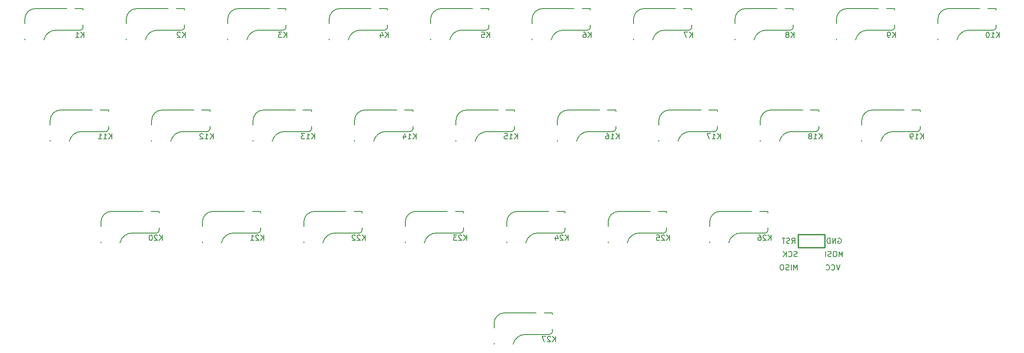
<source format=gbr>
G04 #@! TF.GenerationSoftware,KiCad,Pcbnew,(6.0.6)*
G04 #@! TF.CreationDate,2022-08-05T17:16:04-07:00*
G04 #@! TF.ProjectId,bored27-revision,626f7265-6432-4372-9d72-65766973696f,rev?*
G04 #@! TF.SameCoordinates,Original*
G04 #@! TF.FileFunction,Legend,Bot*
G04 #@! TF.FilePolarity,Positive*
%FSLAX46Y46*%
G04 Gerber Fmt 4.6, Leading zero omitted, Abs format (unit mm)*
G04 Created by KiCad (PCBNEW (6.0.6)) date 2022-08-05 17:16:04*
%MOMM*%
%LPD*%
G01*
G04 APERTURE LIST*
%ADD10C,0.150000*%
%ADD11C,0.250000*%
G04 APERTURE END LIST*
D10*
X140719345Y-67758630D02*
X140719345Y-66758630D01*
X140147916Y-67758630D02*
X140576488Y-67187202D01*
X140147916Y-66758630D02*
X140719345Y-67330059D01*
X139243154Y-66758630D02*
X139719345Y-66758630D01*
X139766964Y-67234821D01*
X139719345Y-67187202D01*
X139624107Y-67139583D01*
X139386011Y-67139583D01*
X139290773Y-67187202D01*
X139243154Y-67234821D01*
X139195535Y-67330059D01*
X139195535Y-67568154D01*
X139243154Y-67663392D01*
X139290773Y-67711011D01*
X139386011Y-67758630D01*
X139624107Y-67758630D01*
X139719345Y-67711011D01*
X139766964Y-67663392D01*
X126908035Y-86808630D02*
X126908035Y-85808630D01*
X126336607Y-86808630D02*
X126765178Y-86237202D01*
X126336607Y-85808630D02*
X126908035Y-86380059D01*
X125384226Y-86808630D02*
X125955654Y-86808630D01*
X125669940Y-86808630D02*
X125669940Y-85808630D01*
X125765178Y-85951488D01*
X125860416Y-86046726D01*
X125955654Y-86094345D01*
X124527083Y-86141964D02*
X124527083Y-86808630D01*
X124765178Y-85761011D02*
X125003273Y-86475297D01*
X124384226Y-86475297D01*
X69758035Y-86808630D02*
X69758035Y-85808630D01*
X69186607Y-86808630D02*
X69615178Y-86237202D01*
X69186607Y-85808630D02*
X69758035Y-86380059D01*
X68234226Y-86808630D02*
X68805654Y-86808630D01*
X68519940Y-86808630D02*
X68519940Y-85808630D01*
X68615178Y-85951488D01*
X68710416Y-86046726D01*
X68805654Y-86094345D01*
X67281845Y-86808630D02*
X67853273Y-86808630D01*
X67567559Y-86808630D02*
X67567559Y-85808630D01*
X67662797Y-85951488D01*
X67758035Y-86046726D01*
X67853273Y-86094345D01*
X174533035Y-105858630D02*
X174533035Y-104858630D01*
X173961607Y-105858630D02*
X174390178Y-105287202D01*
X173961607Y-104858630D02*
X174533035Y-105430059D01*
X173580654Y-104953869D02*
X173533035Y-104906250D01*
X173437797Y-104858630D01*
X173199702Y-104858630D01*
X173104464Y-104906250D01*
X173056845Y-104953869D01*
X173009226Y-105049107D01*
X173009226Y-105144345D01*
X173056845Y-105287202D01*
X173628273Y-105858630D01*
X173009226Y-105858630D01*
X172104464Y-104858630D02*
X172580654Y-104858630D01*
X172628273Y-105334821D01*
X172580654Y-105287202D01*
X172485416Y-105239583D01*
X172247321Y-105239583D01*
X172152083Y-105287202D01*
X172104464Y-105334821D01*
X172056845Y-105430059D01*
X172056845Y-105668154D01*
X172104464Y-105763392D01*
X172152083Y-105811011D01*
X172247321Y-105858630D01*
X172485416Y-105858630D01*
X172580654Y-105811011D01*
X172628273Y-105763392D01*
X165008035Y-86808630D02*
X165008035Y-85808630D01*
X164436607Y-86808630D02*
X164865178Y-86237202D01*
X164436607Y-85808630D02*
X165008035Y-86380059D01*
X163484226Y-86808630D02*
X164055654Y-86808630D01*
X163769940Y-86808630D02*
X163769940Y-85808630D01*
X163865178Y-85951488D01*
X163960416Y-86046726D01*
X164055654Y-86094345D01*
X162627083Y-85808630D02*
X162817559Y-85808630D01*
X162912797Y-85856250D01*
X162960416Y-85903869D01*
X163055654Y-86046726D01*
X163103273Y-86237202D01*
X163103273Y-86618154D01*
X163055654Y-86713392D01*
X163008035Y-86761011D01*
X162912797Y-86808630D01*
X162722321Y-86808630D01*
X162627083Y-86761011D01*
X162579464Y-86713392D01*
X162531845Y-86618154D01*
X162531845Y-86380059D01*
X162579464Y-86284821D01*
X162627083Y-86237202D01*
X162722321Y-86189583D01*
X162912797Y-86189583D01*
X163008035Y-86237202D01*
X163055654Y-86284821D01*
X163103273Y-86380059D01*
X236445535Y-67758630D02*
X236445535Y-66758630D01*
X235874107Y-67758630D02*
X236302678Y-67187202D01*
X235874107Y-66758630D02*
X236445535Y-67330059D01*
X234921726Y-67758630D02*
X235493154Y-67758630D01*
X235207440Y-67758630D02*
X235207440Y-66758630D01*
X235302678Y-66901488D01*
X235397916Y-66996726D01*
X235493154Y-67044345D01*
X234302678Y-66758630D02*
X234207440Y-66758630D01*
X234112202Y-66806250D01*
X234064583Y-66853869D01*
X234016964Y-66949107D01*
X233969345Y-67139583D01*
X233969345Y-67377678D01*
X234016964Y-67568154D01*
X234064583Y-67663392D01*
X234112202Y-67711011D01*
X234207440Y-67758630D01*
X234302678Y-67758630D01*
X234397916Y-67711011D01*
X234445535Y-67663392D01*
X234493154Y-67568154D01*
X234540773Y-67377678D01*
X234540773Y-67139583D01*
X234493154Y-66949107D01*
X234445535Y-66853869D01*
X234397916Y-66806250D01*
X234302678Y-66758630D01*
X197869345Y-67758630D02*
X197869345Y-66758630D01*
X197297916Y-67758630D02*
X197726488Y-67187202D01*
X197297916Y-66758630D02*
X197869345Y-67330059D01*
X196726488Y-67187202D02*
X196821726Y-67139583D01*
X196869345Y-67091964D01*
X196916964Y-66996726D01*
X196916964Y-66949107D01*
X196869345Y-66853869D01*
X196821726Y-66806250D01*
X196726488Y-66758630D01*
X196536011Y-66758630D01*
X196440773Y-66806250D01*
X196393154Y-66853869D01*
X196345535Y-66949107D01*
X196345535Y-66996726D01*
X196393154Y-67091964D01*
X196440773Y-67139583D01*
X196536011Y-67187202D01*
X196726488Y-67187202D01*
X196821726Y-67234821D01*
X196869345Y-67282440D01*
X196916964Y-67377678D01*
X196916964Y-67568154D01*
X196869345Y-67663392D01*
X196821726Y-67711011D01*
X196726488Y-67758630D01*
X196536011Y-67758630D01*
X196440773Y-67711011D01*
X196393154Y-67663392D01*
X196345535Y-67568154D01*
X196345535Y-67377678D01*
X196393154Y-67282440D01*
X196440773Y-67234821D01*
X196536011Y-67187202D01*
X216919345Y-67758630D02*
X216919345Y-66758630D01*
X216347916Y-67758630D02*
X216776488Y-67187202D01*
X216347916Y-66758630D02*
X216919345Y-67330059D01*
X215871726Y-67758630D02*
X215681250Y-67758630D01*
X215586011Y-67711011D01*
X215538392Y-67663392D01*
X215443154Y-67520535D01*
X215395535Y-67330059D01*
X215395535Y-66949107D01*
X215443154Y-66853869D01*
X215490773Y-66806250D01*
X215586011Y-66758630D01*
X215776488Y-66758630D01*
X215871726Y-66806250D01*
X215919345Y-66853869D01*
X215966964Y-66949107D01*
X215966964Y-67187202D01*
X215919345Y-67282440D01*
X215871726Y-67330059D01*
X215776488Y-67377678D01*
X215586011Y-67377678D01*
X215490773Y-67330059D01*
X215443154Y-67282440D01*
X215395535Y-67187202D01*
X206179904Y-105458000D02*
X206275142Y-105410380D01*
X206418000Y-105410380D01*
X206560857Y-105458000D01*
X206656095Y-105553238D01*
X206703714Y-105648476D01*
X206751333Y-105838952D01*
X206751333Y-105981809D01*
X206703714Y-106172285D01*
X206656095Y-106267523D01*
X206560857Y-106362761D01*
X206418000Y-106410380D01*
X206322761Y-106410380D01*
X206179904Y-106362761D01*
X206132285Y-106315142D01*
X206132285Y-105981809D01*
X206322761Y-105981809D01*
X205703714Y-106410380D02*
X205703714Y-105410380D01*
X205132285Y-106410380D01*
X205132285Y-105410380D01*
X204656095Y-106410380D02*
X204656095Y-105410380D01*
X204418000Y-105410380D01*
X204275142Y-105458000D01*
X204179904Y-105553238D01*
X204132285Y-105648476D01*
X204084666Y-105838952D01*
X204084666Y-105981809D01*
X204132285Y-106172285D01*
X204179904Y-106267523D01*
X204275142Y-106362761D01*
X204418000Y-106410380D01*
X204656095Y-106410380D01*
X198453714Y-108862761D02*
X198310857Y-108910380D01*
X198072761Y-108910380D01*
X197977523Y-108862761D01*
X197929904Y-108815142D01*
X197882285Y-108719904D01*
X197882285Y-108624666D01*
X197929904Y-108529428D01*
X197977523Y-108481809D01*
X198072761Y-108434190D01*
X198263238Y-108386571D01*
X198358476Y-108338952D01*
X198406095Y-108291333D01*
X198453714Y-108196095D01*
X198453714Y-108100857D01*
X198406095Y-108005619D01*
X198358476Y-107958000D01*
X198263238Y-107910380D01*
X198025142Y-107910380D01*
X197882285Y-107958000D01*
X196882285Y-108815142D02*
X196929904Y-108862761D01*
X197072761Y-108910380D01*
X197168000Y-108910380D01*
X197310857Y-108862761D01*
X197406095Y-108767523D01*
X197453714Y-108672285D01*
X197501333Y-108481809D01*
X197501333Y-108338952D01*
X197453714Y-108148476D01*
X197406095Y-108053238D01*
X197310857Y-107958000D01*
X197168000Y-107910380D01*
X197072761Y-107910380D01*
X196929904Y-107958000D01*
X196882285Y-108005619D01*
X196453714Y-108910380D02*
X196453714Y-107910380D01*
X195882285Y-108910380D02*
X196310857Y-108338952D01*
X195882285Y-107910380D02*
X196453714Y-108481809D01*
X206989428Y-108910380D02*
X206989428Y-107910380D01*
X206656095Y-108624666D01*
X206322761Y-107910380D01*
X206322761Y-108910380D01*
X205656095Y-107910380D02*
X205465619Y-107910380D01*
X205370380Y-107958000D01*
X205275142Y-108053238D01*
X205227523Y-108243714D01*
X205227523Y-108577047D01*
X205275142Y-108767523D01*
X205370380Y-108862761D01*
X205465619Y-108910380D01*
X205656095Y-108910380D01*
X205751333Y-108862761D01*
X205846571Y-108767523D01*
X205894190Y-108577047D01*
X205894190Y-108243714D01*
X205846571Y-108053238D01*
X205751333Y-107958000D01*
X205656095Y-107910380D01*
X204846571Y-108862761D02*
X204703714Y-108910380D01*
X204465619Y-108910380D01*
X204370380Y-108862761D01*
X204322761Y-108815142D01*
X204275142Y-108719904D01*
X204275142Y-108624666D01*
X204322761Y-108529428D01*
X204370380Y-108481809D01*
X204465619Y-108434190D01*
X204656095Y-108386571D01*
X204751333Y-108338952D01*
X204798952Y-108291333D01*
X204846571Y-108196095D01*
X204846571Y-108100857D01*
X204798952Y-108005619D01*
X204751333Y-107958000D01*
X204656095Y-107910380D01*
X204418000Y-107910380D01*
X204275142Y-107958000D01*
X203846571Y-108910380D02*
X203846571Y-107910380D01*
X197465619Y-106410380D02*
X197798952Y-105934190D01*
X198037047Y-106410380D02*
X198037047Y-105410380D01*
X197656095Y-105410380D01*
X197560857Y-105458000D01*
X197513238Y-105505619D01*
X197465619Y-105600857D01*
X197465619Y-105743714D01*
X197513238Y-105838952D01*
X197560857Y-105886571D01*
X197656095Y-105934190D01*
X198037047Y-105934190D01*
X197084666Y-106362761D02*
X196941809Y-106410380D01*
X196703714Y-106410380D01*
X196608476Y-106362761D01*
X196560857Y-106315142D01*
X196513238Y-106219904D01*
X196513238Y-106124666D01*
X196560857Y-106029428D01*
X196608476Y-105981809D01*
X196703714Y-105934190D01*
X196894190Y-105886571D01*
X196989428Y-105838952D01*
X197037047Y-105791333D01*
X197084666Y-105696095D01*
X197084666Y-105600857D01*
X197037047Y-105505619D01*
X196989428Y-105458000D01*
X196894190Y-105410380D01*
X196656095Y-105410380D01*
X196513238Y-105458000D01*
X196227523Y-105410380D02*
X195656095Y-105410380D01*
X195941809Y-106410380D02*
X195941809Y-105410380D01*
X198489428Y-111410380D02*
X198489428Y-110410380D01*
X198156095Y-111124666D01*
X197822761Y-110410380D01*
X197822761Y-111410380D01*
X197346571Y-111410380D02*
X197346571Y-110410380D01*
X196918000Y-111362761D02*
X196775142Y-111410380D01*
X196537047Y-111410380D01*
X196441809Y-111362761D01*
X196394190Y-111315142D01*
X196346571Y-111219904D01*
X196346571Y-111124666D01*
X196394190Y-111029428D01*
X196441809Y-110981809D01*
X196537047Y-110934190D01*
X196727523Y-110886571D01*
X196822761Y-110838952D01*
X196870380Y-110791333D01*
X196918000Y-110696095D01*
X196918000Y-110600857D01*
X196870380Y-110505619D01*
X196822761Y-110458000D01*
X196727523Y-110410380D01*
X196489428Y-110410380D01*
X196346571Y-110458000D01*
X195727523Y-110410380D02*
X195537047Y-110410380D01*
X195441809Y-110458000D01*
X195346571Y-110553238D01*
X195298952Y-110743714D01*
X195298952Y-111077047D01*
X195346571Y-111267523D01*
X195441809Y-111362761D01*
X195537047Y-111410380D01*
X195727523Y-111410380D01*
X195822761Y-111362761D01*
X195918000Y-111267523D01*
X195965619Y-111077047D01*
X195965619Y-110743714D01*
X195918000Y-110553238D01*
X195822761Y-110458000D01*
X195727523Y-110410380D01*
X206501333Y-110410380D02*
X206168000Y-111410380D01*
X205834666Y-110410380D01*
X204929904Y-111315142D02*
X204977523Y-111362761D01*
X205120380Y-111410380D01*
X205215619Y-111410380D01*
X205358476Y-111362761D01*
X205453714Y-111267523D01*
X205501333Y-111172285D01*
X205548952Y-110981809D01*
X205548952Y-110838952D01*
X205501333Y-110648476D01*
X205453714Y-110553238D01*
X205358476Y-110458000D01*
X205215619Y-110410380D01*
X205120380Y-110410380D01*
X204977523Y-110458000D01*
X204929904Y-110505619D01*
X203929904Y-111315142D02*
X203977523Y-111362761D01*
X204120380Y-111410380D01*
X204215619Y-111410380D01*
X204358476Y-111362761D01*
X204453714Y-111267523D01*
X204501333Y-111172285D01*
X204548952Y-110981809D01*
X204548952Y-110838952D01*
X204501333Y-110648476D01*
X204453714Y-110553238D01*
X204358476Y-110458000D01*
X204215619Y-110410380D01*
X204120380Y-110410380D01*
X203977523Y-110458000D01*
X203929904Y-110505619D01*
X107858035Y-86808630D02*
X107858035Y-85808630D01*
X107286607Y-86808630D02*
X107715178Y-86237202D01*
X107286607Y-85808630D02*
X107858035Y-86380059D01*
X106334226Y-86808630D02*
X106905654Y-86808630D01*
X106619940Y-86808630D02*
X106619940Y-85808630D01*
X106715178Y-85951488D01*
X106810416Y-86046726D01*
X106905654Y-86094345D01*
X106000892Y-85808630D02*
X105381845Y-85808630D01*
X105715178Y-86189583D01*
X105572321Y-86189583D01*
X105477083Y-86237202D01*
X105429464Y-86284821D01*
X105381845Y-86380059D01*
X105381845Y-86618154D01*
X105429464Y-86713392D01*
X105477083Y-86761011D01*
X105572321Y-86808630D01*
X105858035Y-86808630D01*
X105953273Y-86761011D01*
X106000892Y-86713392D01*
X155483035Y-105858630D02*
X155483035Y-104858630D01*
X154911607Y-105858630D02*
X155340178Y-105287202D01*
X154911607Y-104858630D02*
X155483035Y-105430059D01*
X154530654Y-104953869D02*
X154483035Y-104906250D01*
X154387797Y-104858630D01*
X154149702Y-104858630D01*
X154054464Y-104906250D01*
X154006845Y-104953869D01*
X153959226Y-105049107D01*
X153959226Y-105144345D01*
X154006845Y-105287202D01*
X154578273Y-105858630D01*
X153959226Y-105858630D01*
X153102083Y-105191964D02*
X153102083Y-105858630D01*
X153340178Y-104811011D02*
X153578273Y-105525297D01*
X152959226Y-105525297D01*
X178819345Y-67758630D02*
X178819345Y-66758630D01*
X178247916Y-67758630D02*
X178676488Y-67187202D01*
X178247916Y-66758630D02*
X178819345Y-67330059D01*
X177914583Y-66758630D02*
X177247916Y-66758630D01*
X177676488Y-67758630D01*
X153101785Y-124908630D02*
X153101785Y-123908630D01*
X152530357Y-124908630D02*
X152958928Y-124337202D01*
X152530357Y-123908630D02*
X153101785Y-124480059D01*
X152149404Y-124003869D02*
X152101785Y-123956250D01*
X152006547Y-123908630D01*
X151768452Y-123908630D01*
X151673214Y-123956250D01*
X151625595Y-124003869D01*
X151577976Y-124099107D01*
X151577976Y-124194345D01*
X151625595Y-124337202D01*
X152197023Y-124908630D01*
X151577976Y-124908630D01*
X151244642Y-123908630D02*
X150577976Y-123908630D01*
X151006547Y-124908630D01*
X222158035Y-86808630D02*
X222158035Y-85808630D01*
X221586607Y-86808630D02*
X222015178Y-86237202D01*
X221586607Y-85808630D02*
X222158035Y-86380059D01*
X220634226Y-86808630D02*
X221205654Y-86808630D01*
X220919940Y-86808630D02*
X220919940Y-85808630D01*
X221015178Y-85951488D01*
X221110416Y-86046726D01*
X221205654Y-86094345D01*
X220158035Y-86808630D02*
X219967559Y-86808630D01*
X219872321Y-86761011D01*
X219824702Y-86713392D01*
X219729464Y-86570535D01*
X219681845Y-86380059D01*
X219681845Y-85999107D01*
X219729464Y-85903869D01*
X219777083Y-85856250D01*
X219872321Y-85808630D01*
X220062797Y-85808630D01*
X220158035Y-85856250D01*
X220205654Y-85903869D01*
X220253273Y-85999107D01*
X220253273Y-86237202D01*
X220205654Y-86332440D01*
X220158035Y-86380059D01*
X220062797Y-86427678D01*
X219872321Y-86427678D01*
X219777083Y-86380059D01*
X219729464Y-86332440D01*
X219681845Y-86237202D01*
X117383035Y-105858630D02*
X117383035Y-104858630D01*
X116811607Y-105858630D02*
X117240178Y-105287202D01*
X116811607Y-104858630D02*
X117383035Y-105430059D01*
X116430654Y-104953869D02*
X116383035Y-104906250D01*
X116287797Y-104858630D01*
X116049702Y-104858630D01*
X115954464Y-104906250D01*
X115906845Y-104953869D01*
X115859226Y-105049107D01*
X115859226Y-105144345D01*
X115906845Y-105287202D01*
X116478273Y-105858630D01*
X115859226Y-105858630D01*
X115478273Y-104953869D02*
X115430654Y-104906250D01*
X115335416Y-104858630D01*
X115097321Y-104858630D01*
X115002083Y-104906250D01*
X114954464Y-104953869D01*
X114906845Y-105049107D01*
X114906845Y-105144345D01*
X114954464Y-105287202D01*
X115525892Y-105858630D01*
X114906845Y-105858630D01*
X136433035Y-105858630D02*
X136433035Y-104858630D01*
X135861607Y-105858630D02*
X136290178Y-105287202D01*
X135861607Y-104858630D02*
X136433035Y-105430059D01*
X135480654Y-104953869D02*
X135433035Y-104906250D01*
X135337797Y-104858630D01*
X135099702Y-104858630D01*
X135004464Y-104906250D01*
X134956845Y-104953869D01*
X134909226Y-105049107D01*
X134909226Y-105144345D01*
X134956845Y-105287202D01*
X135528273Y-105858630D01*
X134909226Y-105858630D01*
X134575892Y-104858630D02*
X133956845Y-104858630D01*
X134290178Y-105239583D01*
X134147321Y-105239583D01*
X134052083Y-105287202D01*
X134004464Y-105334821D01*
X133956845Y-105430059D01*
X133956845Y-105668154D01*
X134004464Y-105763392D01*
X134052083Y-105811011D01*
X134147321Y-105858630D01*
X134433035Y-105858630D01*
X134528273Y-105811011D01*
X134575892Y-105763392D01*
X98333035Y-105858630D02*
X98333035Y-104858630D01*
X97761607Y-105858630D02*
X98190178Y-105287202D01*
X97761607Y-104858630D02*
X98333035Y-105430059D01*
X97380654Y-104953869D02*
X97333035Y-104906250D01*
X97237797Y-104858630D01*
X96999702Y-104858630D01*
X96904464Y-104906250D01*
X96856845Y-104953869D01*
X96809226Y-105049107D01*
X96809226Y-105144345D01*
X96856845Y-105287202D01*
X97428273Y-105858630D01*
X96809226Y-105858630D01*
X95856845Y-105858630D02*
X96428273Y-105858630D01*
X96142559Y-105858630D02*
X96142559Y-104858630D01*
X96237797Y-105001488D01*
X96333035Y-105096726D01*
X96428273Y-105144345D01*
X121669345Y-67758630D02*
X121669345Y-66758630D01*
X121097916Y-67758630D02*
X121526488Y-67187202D01*
X121097916Y-66758630D02*
X121669345Y-67330059D01*
X120240773Y-67091964D02*
X120240773Y-67758630D01*
X120478869Y-66711011D02*
X120716964Y-67425297D01*
X120097916Y-67425297D01*
X203108035Y-86808630D02*
X203108035Y-85808630D01*
X202536607Y-86808630D02*
X202965178Y-86237202D01*
X202536607Y-85808630D02*
X203108035Y-86380059D01*
X201584226Y-86808630D02*
X202155654Y-86808630D01*
X201869940Y-86808630D02*
X201869940Y-85808630D01*
X201965178Y-85951488D01*
X202060416Y-86046726D01*
X202155654Y-86094345D01*
X201012797Y-86237202D02*
X201108035Y-86189583D01*
X201155654Y-86141964D01*
X201203273Y-86046726D01*
X201203273Y-85999107D01*
X201155654Y-85903869D01*
X201108035Y-85856250D01*
X201012797Y-85808630D01*
X200822321Y-85808630D01*
X200727083Y-85856250D01*
X200679464Y-85903869D01*
X200631845Y-85999107D01*
X200631845Y-86046726D01*
X200679464Y-86141964D01*
X200727083Y-86189583D01*
X200822321Y-86237202D01*
X201012797Y-86237202D01*
X201108035Y-86284821D01*
X201155654Y-86332440D01*
X201203273Y-86427678D01*
X201203273Y-86618154D01*
X201155654Y-86713392D01*
X201108035Y-86761011D01*
X201012797Y-86808630D01*
X200822321Y-86808630D01*
X200727083Y-86761011D01*
X200679464Y-86713392D01*
X200631845Y-86618154D01*
X200631845Y-86427678D01*
X200679464Y-86332440D01*
X200727083Y-86284821D01*
X200822321Y-86237202D01*
X102619345Y-67758630D02*
X102619345Y-66758630D01*
X102047916Y-67758630D02*
X102476488Y-67187202D01*
X102047916Y-66758630D02*
X102619345Y-67330059D01*
X101714583Y-66758630D02*
X101095535Y-66758630D01*
X101428869Y-67139583D01*
X101286011Y-67139583D01*
X101190773Y-67187202D01*
X101143154Y-67234821D01*
X101095535Y-67330059D01*
X101095535Y-67568154D01*
X101143154Y-67663392D01*
X101190773Y-67711011D01*
X101286011Y-67758630D01*
X101571726Y-67758630D01*
X101666964Y-67711011D01*
X101714583Y-67663392D01*
X145958035Y-86808630D02*
X145958035Y-85808630D01*
X145386607Y-86808630D02*
X145815178Y-86237202D01*
X145386607Y-85808630D02*
X145958035Y-86380059D01*
X144434226Y-86808630D02*
X145005654Y-86808630D01*
X144719940Y-86808630D02*
X144719940Y-85808630D01*
X144815178Y-85951488D01*
X144910416Y-86046726D01*
X145005654Y-86094345D01*
X143529464Y-85808630D02*
X144005654Y-85808630D01*
X144053273Y-86284821D01*
X144005654Y-86237202D01*
X143910416Y-86189583D01*
X143672321Y-86189583D01*
X143577083Y-86237202D01*
X143529464Y-86284821D01*
X143481845Y-86380059D01*
X143481845Y-86618154D01*
X143529464Y-86713392D01*
X143577083Y-86761011D01*
X143672321Y-86808630D01*
X143910416Y-86808630D01*
X144005654Y-86761011D01*
X144053273Y-86713392D01*
X83569345Y-67758630D02*
X83569345Y-66758630D01*
X82997916Y-67758630D02*
X83426488Y-67187202D01*
X82997916Y-66758630D02*
X83569345Y-67330059D01*
X82616964Y-66853869D02*
X82569345Y-66806250D01*
X82474107Y-66758630D01*
X82236011Y-66758630D01*
X82140773Y-66806250D01*
X82093154Y-66853869D01*
X82045535Y-66949107D01*
X82045535Y-67044345D01*
X82093154Y-67187202D01*
X82664583Y-67758630D01*
X82045535Y-67758630D01*
X79283035Y-105858630D02*
X79283035Y-104858630D01*
X78711607Y-105858630D02*
X79140178Y-105287202D01*
X78711607Y-104858630D02*
X79283035Y-105430059D01*
X78330654Y-104953869D02*
X78283035Y-104906250D01*
X78187797Y-104858630D01*
X77949702Y-104858630D01*
X77854464Y-104906250D01*
X77806845Y-104953869D01*
X77759226Y-105049107D01*
X77759226Y-105144345D01*
X77806845Y-105287202D01*
X78378273Y-105858630D01*
X77759226Y-105858630D01*
X77140178Y-104858630D02*
X77044940Y-104858630D01*
X76949702Y-104906250D01*
X76902083Y-104953869D01*
X76854464Y-105049107D01*
X76806845Y-105239583D01*
X76806845Y-105477678D01*
X76854464Y-105668154D01*
X76902083Y-105763392D01*
X76949702Y-105811011D01*
X77044940Y-105858630D01*
X77140178Y-105858630D01*
X77235416Y-105811011D01*
X77283035Y-105763392D01*
X77330654Y-105668154D01*
X77378273Y-105477678D01*
X77378273Y-105239583D01*
X77330654Y-105049107D01*
X77283035Y-104953869D01*
X77235416Y-104906250D01*
X77140178Y-104858630D01*
X184058035Y-86808630D02*
X184058035Y-85808630D01*
X183486607Y-86808630D02*
X183915178Y-86237202D01*
X183486607Y-85808630D02*
X184058035Y-86380059D01*
X182534226Y-86808630D02*
X183105654Y-86808630D01*
X182819940Y-86808630D02*
X182819940Y-85808630D01*
X182915178Y-85951488D01*
X183010416Y-86046726D01*
X183105654Y-86094345D01*
X182200892Y-85808630D02*
X181534226Y-85808630D01*
X181962797Y-86808630D01*
X193583035Y-105858630D02*
X193583035Y-104858630D01*
X193011607Y-105858630D02*
X193440178Y-105287202D01*
X193011607Y-104858630D02*
X193583035Y-105430059D01*
X192630654Y-104953869D02*
X192583035Y-104906250D01*
X192487797Y-104858630D01*
X192249702Y-104858630D01*
X192154464Y-104906250D01*
X192106845Y-104953869D01*
X192059226Y-105049107D01*
X192059226Y-105144345D01*
X192106845Y-105287202D01*
X192678273Y-105858630D01*
X192059226Y-105858630D01*
X191202083Y-104858630D02*
X191392559Y-104858630D01*
X191487797Y-104906250D01*
X191535416Y-104953869D01*
X191630654Y-105096726D01*
X191678273Y-105287202D01*
X191678273Y-105668154D01*
X191630654Y-105763392D01*
X191583035Y-105811011D01*
X191487797Y-105858630D01*
X191297321Y-105858630D01*
X191202083Y-105811011D01*
X191154464Y-105763392D01*
X191106845Y-105668154D01*
X191106845Y-105430059D01*
X191154464Y-105334821D01*
X191202083Y-105287202D01*
X191297321Y-105239583D01*
X191487797Y-105239583D01*
X191583035Y-105287202D01*
X191630654Y-105334821D01*
X191678273Y-105430059D01*
X64519345Y-67758630D02*
X64519345Y-66758630D01*
X63947916Y-67758630D02*
X64376488Y-67187202D01*
X63947916Y-66758630D02*
X64519345Y-67330059D01*
X62995535Y-67758630D02*
X63566964Y-67758630D01*
X63281250Y-67758630D02*
X63281250Y-66758630D01*
X63376488Y-66901488D01*
X63471726Y-66996726D01*
X63566964Y-67044345D01*
X88808035Y-86808630D02*
X88808035Y-85808630D01*
X88236607Y-86808630D02*
X88665178Y-86237202D01*
X88236607Y-85808630D02*
X88808035Y-86380059D01*
X87284226Y-86808630D02*
X87855654Y-86808630D01*
X87569940Y-86808630D02*
X87569940Y-85808630D01*
X87665178Y-85951488D01*
X87760416Y-86046726D01*
X87855654Y-86094345D01*
X86903273Y-85903869D02*
X86855654Y-85856250D01*
X86760416Y-85808630D01*
X86522321Y-85808630D01*
X86427083Y-85856250D01*
X86379464Y-85903869D01*
X86331845Y-85999107D01*
X86331845Y-86094345D01*
X86379464Y-86237202D01*
X86950892Y-86808630D01*
X86331845Y-86808630D01*
X159769345Y-67758630D02*
X159769345Y-66758630D01*
X159197916Y-67758630D02*
X159626488Y-67187202D01*
X159197916Y-66758630D02*
X159769345Y-67330059D01*
X158340773Y-66758630D02*
X158531250Y-66758630D01*
X158626488Y-66806250D01*
X158674107Y-66853869D01*
X158769345Y-66996726D01*
X158816964Y-67187202D01*
X158816964Y-67568154D01*
X158769345Y-67663392D01*
X158721726Y-67711011D01*
X158626488Y-67758630D01*
X158436011Y-67758630D01*
X158340773Y-67711011D01*
X158293154Y-67663392D01*
X158245535Y-67568154D01*
X158245535Y-67330059D01*
X158293154Y-67234821D01*
X158340773Y-67187202D01*
X158436011Y-67139583D01*
X158626488Y-67139583D01*
X158721726Y-67187202D01*
X158769345Y-67234821D01*
X158816964Y-67330059D01*
X140596074Y-65386030D02*
X140596074Y-65856030D01*
X129646074Y-65106030D02*
X129646074Y-64306030D01*
X131646074Y-62306030D02*
X137546074Y-62306030D01*
X129646074Y-67956030D02*
X129646074Y-68196030D01*
X139046074Y-62306030D02*
X140596074Y-62306030D01*
X140596074Y-62306030D02*
X140596074Y-62536030D01*
X140096074Y-66356030D02*
X135531250Y-66356030D01*
X135531250Y-66356030D02*
G75*
G03*
X133236928Y-68196030I-866J-2349332D01*
G01*
X140096074Y-66356030D02*
G75*
G03*
X140596074Y-65856030I-1J500001D01*
G01*
X131646074Y-62306030D02*
G75*
G03*
X129646074Y-64306030I5J-2000005D01*
G01*
X115358574Y-87006030D02*
X115358574Y-87246030D01*
X124758574Y-81356030D02*
X126308574Y-81356030D01*
X126308574Y-84436030D02*
X126308574Y-84906030D01*
X117358574Y-81356030D02*
X123258574Y-81356030D01*
X125808574Y-85406030D02*
X121243750Y-85406030D01*
X115358574Y-84156030D02*
X115358574Y-83356030D01*
X126308574Y-81356030D02*
X126308574Y-81586030D01*
X121243750Y-85406030D02*
G75*
G03*
X118949428Y-87246030I-866J-2349332D01*
G01*
X125808574Y-85406030D02*
G75*
G03*
X126308574Y-84906030I-1J500001D01*
G01*
X117358574Y-81356030D02*
G75*
G03*
X115358574Y-83356030I5J-2000005D01*
G01*
X67608574Y-81356030D02*
X69158574Y-81356030D01*
X69158574Y-81356030D02*
X69158574Y-81586030D01*
X58208574Y-87006030D02*
X58208574Y-87246030D01*
X69158574Y-84436030D02*
X69158574Y-84906030D01*
X58208574Y-84156030D02*
X58208574Y-83356030D01*
X68658574Y-85406030D02*
X64093750Y-85406030D01*
X60208574Y-81356030D02*
X66108574Y-81356030D01*
X60208574Y-81356030D02*
G75*
G03*
X58208574Y-83356030I5J-2000005D01*
G01*
X68658574Y-85406030D02*
G75*
G03*
X69158574Y-84906030I-1J500001D01*
G01*
X64093750Y-85406030D02*
G75*
G03*
X61799428Y-87246030I-866J-2349332D01*
G01*
X172383574Y-100406030D02*
X173933574Y-100406030D01*
X162983574Y-103206030D02*
X162983574Y-102406030D01*
X164983574Y-100406030D02*
X170883574Y-100406030D01*
X173433574Y-104456030D02*
X168868750Y-104456030D01*
X173933574Y-103486030D02*
X173933574Y-103956030D01*
X162983574Y-106056030D02*
X162983574Y-106296030D01*
X173933574Y-100406030D02*
X173933574Y-100636030D01*
X173433574Y-104456030D02*
G75*
G03*
X173933574Y-103956030I-1J500001D01*
G01*
X164983574Y-100406030D02*
G75*
G03*
X162983574Y-102406030I5J-2000005D01*
G01*
X168868750Y-104456030D02*
G75*
G03*
X166574428Y-106296030I-866J-2349332D01*
G01*
X155458574Y-81356030D02*
X161358574Y-81356030D01*
X153458574Y-87006030D02*
X153458574Y-87246030D01*
X164408574Y-84436030D02*
X164408574Y-84906030D01*
X162858574Y-81356030D02*
X164408574Y-81356030D01*
X164408574Y-81356030D02*
X164408574Y-81586030D01*
X153458574Y-84156030D02*
X153458574Y-83356030D01*
X163908574Y-85406030D02*
X159343750Y-85406030D01*
X159343750Y-85406030D02*
G75*
G03*
X157049428Y-87246030I-866J-2349332D01*
G01*
X163908574Y-85406030D02*
G75*
G03*
X164408574Y-84906030I-1J500001D01*
G01*
X155458574Y-81356030D02*
G75*
G03*
X153458574Y-83356030I5J-2000005D01*
G01*
X235346074Y-66356030D02*
X230781250Y-66356030D01*
X234296074Y-62306030D02*
X235846074Y-62306030D01*
X235846074Y-62306030D02*
X235846074Y-62536030D01*
X235846074Y-65386030D02*
X235846074Y-65856030D01*
X224896074Y-65106030D02*
X224896074Y-64306030D01*
X226896074Y-62306030D02*
X232796074Y-62306030D01*
X224896074Y-67956030D02*
X224896074Y-68196030D01*
X230781250Y-66356030D02*
G75*
G03*
X228486928Y-68196030I-866J-2349332D01*
G01*
X235346074Y-66356030D02*
G75*
G03*
X235846074Y-65856030I-1J500001D01*
G01*
X226896074Y-62306030D02*
G75*
G03*
X224896074Y-64306030I5J-2000005D01*
G01*
X188796074Y-62306030D02*
X194696074Y-62306030D01*
X186796074Y-67956030D02*
X186796074Y-68196030D01*
X197746074Y-62306030D02*
X197746074Y-62536030D01*
X196196074Y-62306030D02*
X197746074Y-62306030D01*
X197746074Y-65386030D02*
X197746074Y-65856030D01*
X186796074Y-65106030D02*
X186796074Y-64306030D01*
X197246074Y-66356030D02*
X192681250Y-66356030D01*
X188796074Y-62306030D02*
G75*
G03*
X186796074Y-64306030I5J-2000005D01*
G01*
X197246074Y-66356030D02*
G75*
G03*
X197746074Y-65856030I-1J500001D01*
G01*
X192681250Y-66356030D02*
G75*
G03*
X190386928Y-68196030I-866J-2349332D01*
G01*
X205846074Y-67956030D02*
X205846074Y-68196030D01*
X215246074Y-62306030D02*
X216796074Y-62306030D01*
X205846074Y-65106030D02*
X205846074Y-64306030D01*
X207846074Y-62306030D02*
X213746074Y-62306030D01*
X216296074Y-66356030D02*
X211731250Y-66356030D01*
X216796074Y-62306030D02*
X216796074Y-62536030D01*
X216796074Y-65386030D02*
X216796074Y-65856030D01*
X211731250Y-66356030D02*
G75*
G03*
X209436928Y-68196030I-866J-2349332D01*
G01*
X207846074Y-62306030D02*
G75*
G03*
X205846074Y-64306030I5J-2000005D01*
G01*
X216296074Y-66356030D02*
G75*
G03*
X216796074Y-65856030I-1J500001D01*
G01*
D11*
X203668000Y-107208000D02*
X203668000Y-104708000D01*
X198668000Y-107208000D02*
X203668000Y-107208000D01*
X198668000Y-104708000D02*
X198668000Y-107208000D01*
X203668000Y-104708000D02*
X198668000Y-104708000D01*
D10*
X107258574Y-81356030D02*
X107258574Y-81586030D01*
X96308574Y-87006030D02*
X96308574Y-87246030D01*
X106758574Y-85406030D02*
X102193750Y-85406030D01*
X96308574Y-84156030D02*
X96308574Y-83356030D01*
X98308574Y-81356030D02*
X104208574Y-81356030D01*
X107258574Y-84436030D02*
X107258574Y-84906030D01*
X105708574Y-81356030D02*
X107258574Y-81356030D01*
X102193750Y-85406030D02*
G75*
G03*
X99899428Y-87246030I-866J-2349332D01*
G01*
X106758574Y-85406030D02*
G75*
G03*
X107258574Y-84906030I-1J500001D01*
G01*
X98308574Y-81356030D02*
G75*
G03*
X96308574Y-83356030I5J-2000005D01*
G01*
X154883574Y-100406030D02*
X154883574Y-100636030D01*
X153333574Y-100406030D02*
X154883574Y-100406030D01*
X145933574Y-100406030D02*
X151833574Y-100406030D01*
X154383574Y-104456030D02*
X149818750Y-104456030D01*
X154883574Y-103486030D02*
X154883574Y-103956030D01*
X143933574Y-103206030D02*
X143933574Y-102406030D01*
X143933574Y-106056030D02*
X143933574Y-106296030D01*
X145933574Y-100406030D02*
G75*
G03*
X143933574Y-102406030I5J-2000005D01*
G01*
X154383574Y-104456030D02*
G75*
G03*
X154883574Y-103956030I-1J500001D01*
G01*
X149818750Y-104456030D02*
G75*
G03*
X147524428Y-106296030I-866J-2349332D01*
G01*
X178196074Y-66356030D02*
X173631250Y-66356030D01*
X167746074Y-65106030D02*
X167746074Y-64306030D01*
X177146074Y-62306030D02*
X178696074Y-62306030D01*
X169746074Y-62306030D02*
X175646074Y-62306030D01*
X178696074Y-62306030D02*
X178696074Y-62536030D01*
X178696074Y-65386030D02*
X178696074Y-65856030D01*
X167746074Y-67956030D02*
X167746074Y-68196030D01*
X178196074Y-66356030D02*
G75*
G03*
X178696074Y-65856030I-1J500001D01*
G01*
X173631250Y-66356030D02*
G75*
G03*
X171336928Y-68196030I-866J-2349332D01*
G01*
X169746074Y-62306030D02*
G75*
G03*
X167746074Y-64306030I5J-2000005D01*
G01*
X141552324Y-125106030D02*
X141552324Y-125346030D01*
X143552324Y-119456030D02*
X149452324Y-119456030D01*
X152502324Y-122536030D02*
X152502324Y-123006030D01*
X141552324Y-122256030D02*
X141552324Y-121456030D01*
X152502324Y-119456030D02*
X152502324Y-119686030D01*
X152002324Y-123506030D02*
X147437500Y-123506030D01*
X150952324Y-119456030D02*
X152502324Y-119456030D01*
X143552324Y-119456030D02*
G75*
G03*
X141552324Y-121456030I5J-2000005D01*
G01*
X152002324Y-123506030D02*
G75*
G03*
X152502324Y-123006030I-1J500001D01*
G01*
X147437500Y-123506030D02*
G75*
G03*
X145143178Y-125346030I-866J-2349332D01*
G01*
X210608574Y-84156030D02*
X210608574Y-83356030D01*
X221558574Y-84436030D02*
X221558574Y-84906030D01*
X220008574Y-81356030D02*
X221558574Y-81356030D01*
X221058574Y-85406030D02*
X216493750Y-85406030D01*
X212608574Y-81356030D02*
X218508574Y-81356030D01*
X221558574Y-81356030D02*
X221558574Y-81586030D01*
X210608574Y-87006030D02*
X210608574Y-87246030D01*
X212608574Y-81356030D02*
G75*
G03*
X210608574Y-83356030I5J-2000005D01*
G01*
X221058574Y-85406030D02*
G75*
G03*
X221558574Y-84906030I-1J500001D01*
G01*
X216493750Y-85406030D02*
G75*
G03*
X214199428Y-87246030I-866J-2349332D01*
G01*
X116783574Y-103486030D02*
X116783574Y-103956030D01*
X116283574Y-104456030D02*
X111718750Y-104456030D01*
X116783574Y-100406030D02*
X116783574Y-100636030D01*
X115233574Y-100406030D02*
X116783574Y-100406030D01*
X105833574Y-106056030D02*
X105833574Y-106296030D01*
X107833574Y-100406030D02*
X113733574Y-100406030D01*
X105833574Y-103206030D02*
X105833574Y-102406030D01*
X107833574Y-100406030D02*
G75*
G03*
X105833574Y-102406030I5J-2000005D01*
G01*
X116283574Y-104456030D02*
G75*
G03*
X116783574Y-103956030I-1J500001D01*
G01*
X111718750Y-104456030D02*
G75*
G03*
X109424428Y-106296030I-866J-2349332D01*
G01*
X134283574Y-100406030D02*
X135833574Y-100406030D01*
X124883574Y-106056030D02*
X124883574Y-106296030D01*
X135833574Y-100406030D02*
X135833574Y-100636030D01*
X126883574Y-100406030D02*
X132783574Y-100406030D01*
X124883574Y-103206030D02*
X124883574Y-102406030D01*
X135333574Y-104456030D02*
X130768750Y-104456030D01*
X135833574Y-103486030D02*
X135833574Y-103956030D01*
X126883574Y-100406030D02*
G75*
G03*
X124883574Y-102406030I5J-2000005D01*
G01*
X135333574Y-104456030D02*
G75*
G03*
X135833574Y-103956030I-1J500001D01*
G01*
X130768750Y-104456030D02*
G75*
G03*
X128474428Y-106296030I-866J-2349332D01*
G01*
X97233574Y-104456030D02*
X92668750Y-104456030D01*
X88783574Y-100406030D02*
X94683574Y-100406030D01*
X97733574Y-100406030D02*
X97733574Y-100636030D01*
X96183574Y-100406030D02*
X97733574Y-100406030D01*
X86783574Y-106056030D02*
X86783574Y-106296030D01*
X86783574Y-103206030D02*
X86783574Y-102406030D01*
X97733574Y-103486030D02*
X97733574Y-103956030D01*
X88783574Y-100406030D02*
G75*
G03*
X86783574Y-102406030I5J-2000005D01*
G01*
X97233574Y-104456030D02*
G75*
G03*
X97733574Y-103956030I-1J500001D01*
G01*
X92668750Y-104456030D02*
G75*
G03*
X90374428Y-106296030I-866J-2349332D01*
G01*
X121046074Y-66356030D02*
X116481250Y-66356030D01*
X121546074Y-65386030D02*
X121546074Y-65856030D01*
X119996074Y-62306030D02*
X121546074Y-62306030D01*
X110596074Y-65106030D02*
X110596074Y-64306030D01*
X112596074Y-62306030D02*
X118496074Y-62306030D01*
X110596074Y-67956030D02*
X110596074Y-68196030D01*
X121546074Y-62306030D02*
X121546074Y-62536030D01*
X112596074Y-62306030D02*
G75*
G03*
X110596074Y-64306030I5J-2000005D01*
G01*
X116481250Y-66356030D02*
G75*
G03*
X114186928Y-68196030I-866J-2349332D01*
G01*
X121046074Y-66356030D02*
G75*
G03*
X121546074Y-65856030I-1J500001D01*
G01*
X193558574Y-81356030D02*
X199458574Y-81356030D01*
X202008574Y-85406030D02*
X197443750Y-85406030D01*
X191558574Y-87006030D02*
X191558574Y-87246030D01*
X202508574Y-84436030D02*
X202508574Y-84906030D01*
X202508574Y-81356030D02*
X202508574Y-81586030D01*
X191558574Y-84156030D02*
X191558574Y-83356030D01*
X200958574Y-81356030D02*
X202508574Y-81356030D01*
X193558574Y-81356030D02*
G75*
G03*
X191558574Y-83356030I5J-2000005D01*
G01*
X202008574Y-85406030D02*
G75*
G03*
X202508574Y-84906030I-1J500001D01*
G01*
X197443750Y-85406030D02*
G75*
G03*
X195149428Y-87246030I-866J-2349332D01*
G01*
X91546074Y-67956030D02*
X91546074Y-68196030D01*
X101996074Y-66356030D02*
X97431250Y-66356030D01*
X100946074Y-62306030D02*
X102496074Y-62306030D01*
X91546074Y-65106030D02*
X91546074Y-64306030D01*
X102496074Y-65386030D02*
X102496074Y-65856030D01*
X93546074Y-62306030D02*
X99446074Y-62306030D01*
X102496074Y-62306030D02*
X102496074Y-62536030D01*
X101996074Y-66356030D02*
G75*
G03*
X102496074Y-65856030I-1J500001D01*
G01*
X93546074Y-62306030D02*
G75*
G03*
X91546074Y-64306030I5J-2000005D01*
G01*
X97431250Y-66356030D02*
G75*
G03*
X95136928Y-68196030I-866J-2349332D01*
G01*
X143808574Y-81356030D02*
X145358574Y-81356030D01*
X145358574Y-81356030D02*
X145358574Y-81586030D01*
X145358574Y-84436030D02*
X145358574Y-84906030D01*
X144858574Y-85406030D02*
X140293750Y-85406030D01*
X134408574Y-87006030D02*
X134408574Y-87246030D01*
X136408574Y-81356030D02*
X142308574Y-81356030D01*
X134408574Y-84156030D02*
X134408574Y-83356030D01*
X140293750Y-85406030D02*
G75*
G03*
X137999428Y-87246030I-866J-2349332D01*
G01*
X144858574Y-85406030D02*
G75*
G03*
X145358574Y-84906030I-1J500001D01*
G01*
X136408574Y-81356030D02*
G75*
G03*
X134408574Y-83356030I5J-2000005D01*
G01*
X83446074Y-65386030D02*
X83446074Y-65856030D01*
X72496074Y-67956030D02*
X72496074Y-68196030D01*
X82946074Y-66356030D02*
X78381250Y-66356030D01*
X74496074Y-62306030D02*
X80396074Y-62306030D01*
X72496074Y-65106030D02*
X72496074Y-64306030D01*
X83446074Y-62306030D02*
X83446074Y-62536030D01*
X81896074Y-62306030D02*
X83446074Y-62306030D01*
X82946074Y-66356030D02*
G75*
G03*
X83446074Y-65856030I-1J500001D01*
G01*
X74496074Y-62306030D02*
G75*
G03*
X72496074Y-64306030I5J-2000005D01*
G01*
X78381250Y-66356030D02*
G75*
G03*
X76086928Y-68196030I-866J-2349332D01*
G01*
X67733574Y-103206030D02*
X67733574Y-102406030D01*
X78183574Y-104456030D02*
X73618750Y-104456030D01*
X77133574Y-100406030D02*
X78683574Y-100406030D01*
X78683574Y-103486030D02*
X78683574Y-103956030D01*
X67733574Y-106056030D02*
X67733574Y-106296030D01*
X69733574Y-100406030D02*
X75633574Y-100406030D01*
X78683574Y-100406030D02*
X78683574Y-100636030D01*
X73618750Y-104456030D02*
G75*
G03*
X71324428Y-106296030I-866J-2349332D01*
G01*
X69733574Y-100406030D02*
G75*
G03*
X67733574Y-102406030I5J-2000005D01*
G01*
X78183574Y-104456030D02*
G75*
G03*
X78683574Y-103956030I-1J500001D01*
G01*
X172508574Y-87006030D02*
X172508574Y-87246030D01*
X172508574Y-84156030D02*
X172508574Y-83356030D01*
X183458574Y-84436030D02*
X183458574Y-84906030D01*
X181908574Y-81356030D02*
X183458574Y-81356030D01*
X174508574Y-81356030D02*
X180408574Y-81356030D01*
X183458574Y-81356030D02*
X183458574Y-81586030D01*
X182958574Y-85406030D02*
X178393750Y-85406030D01*
X174508574Y-81356030D02*
G75*
G03*
X172508574Y-83356030I5J-2000005D01*
G01*
X178393750Y-85406030D02*
G75*
G03*
X176099428Y-87246030I-866J-2349332D01*
G01*
X182958574Y-85406030D02*
G75*
G03*
X183458574Y-84906030I-1J500001D01*
G01*
X182033574Y-106056030D02*
X182033574Y-106296030D01*
X191433574Y-100406030D02*
X192983574Y-100406030D01*
X192983574Y-100406030D02*
X192983574Y-100636030D01*
X192983574Y-103486030D02*
X192983574Y-103956030D01*
X192483574Y-104456030D02*
X187918750Y-104456030D01*
X182033574Y-103206030D02*
X182033574Y-102406030D01*
X184033574Y-100406030D02*
X189933574Y-100406030D01*
X187918750Y-104456030D02*
G75*
G03*
X185624428Y-106296030I-866J-2349332D01*
G01*
X192483574Y-104456030D02*
G75*
G03*
X192983574Y-103956030I-1J500001D01*
G01*
X184033574Y-100406030D02*
G75*
G03*
X182033574Y-102406030I5J-2000005D01*
G01*
X53446074Y-65106030D02*
X53446074Y-64306030D01*
X64396074Y-62306030D02*
X64396074Y-62536030D01*
X64396074Y-65386030D02*
X64396074Y-65856030D01*
X63896074Y-66356030D02*
X59331250Y-66356030D01*
X62846074Y-62306030D02*
X64396074Y-62306030D01*
X53446074Y-67956030D02*
X53446074Y-68196030D01*
X55446074Y-62306030D02*
X61346074Y-62306030D01*
X55446074Y-62306030D02*
G75*
G03*
X53446074Y-64306030I5J-2000005D01*
G01*
X63896074Y-66356030D02*
G75*
G03*
X64396074Y-65856030I-1J500001D01*
G01*
X59331250Y-66356030D02*
G75*
G03*
X57036928Y-68196030I-866J-2349332D01*
G01*
X77258574Y-87006030D02*
X77258574Y-87246030D01*
X88208574Y-81356030D02*
X88208574Y-81586030D01*
X86658574Y-81356030D02*
X88208574Y-81356030D01*
X79258574Y-81356030D02*
X85158574Y-81356030D01*
X87708574Y-85406030D02*
X83143750Y-85406030D01*
X77258574Y-84156030D02*
X77258574Y-83356030D01*
X88208574Y-84436030D02*
X88208574Y-84906030D01*
X79258574Y-81356030D02*
G75*
G03*
X77258574Y-83356030I5J-2000005D01*
G01*
X83143750Y-85406030D02*
G75*
G03*
X80849428Y-87246030I-866J-2349332D01*
G01*
X87708574Y-85406030D02*
G75*
G03*
X88208574Y-84906030I-1J500001D01*
G01*
X159646074Y-65386030D02*
X159646074Y-65856030D01*
X159646074Y-62306030D02*
X159646074Y-62536030D01*
X158096074Y-62306030D02*
X159646074Y-62306030D01*
X148696074Y-65106030D02*
X148696074Y-64306030D01*
X159146074Y-66356030D02*
X154581250Y-66356030D01*
X148696074Y-67956030D02*
X148696074Y-68196030D01*
X150696074Y-62306030D02*
X156596074Y-62306030D01*
X159146074Y-66356030D02*
G75*
G03*
X159646074Y-65856030I-1J500001D01*
G01*
X154581250Y-66356030D02*
G75*
G03*
X152286928Y-68196030I-866J-2349332D01*
G01*
X150696074Y-62306030D02*
G75*
G03*
X148696074Y-64306030I5J-2000005D01*
G01*
M02*

</source>
